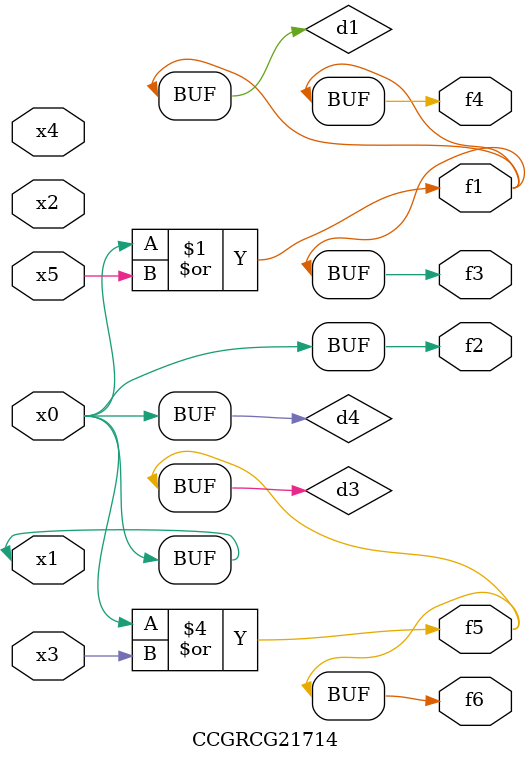
<source format=v>
module CCGRCG21714(
	input x0, x1, x2, x3, x4, x5,
	output f1, f2, f3, f4, f5, f6
);

	wire d1, d2, d3, d4;

	or (d1, x0, x5);
	xnor (d2, x1, x4);
	or (d3, x0, x3);
	buf (d4, x0, x1);
	assign f1 = d1;
	assign f2 = d4;
	assign f3 = d1;
	assign f4 = d1;
	assign f5 = d3;
	assign f6 = d3;
endmodule

</source>
